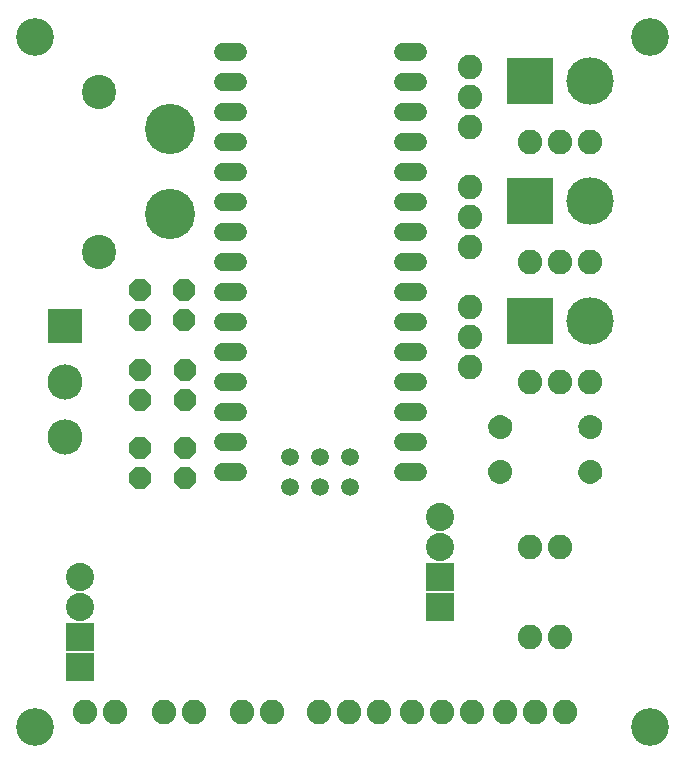
<source format=gbr>
G04 EAGLE Gerber RS-274X export*
G75*
%MOMM*%
%FSLAX34Y34*%
%LPD*%
%INSoldermask Bottom*%
%IPPOS*%
%AMOC8*
5,1,8,0,0,1.08239X$1,22.5*%
G01*
%ADD10C,3.203194*%
%ADD11C,2.082800*%
%ADD12P,1.951982X8X112.500000*%
%ADD13C,1.511200*%
%ADD14C,1.511200*%
%ADD15R,2.978200X2.978200*%
%ADD16C,2.978200*%
%ADD17R,2.387600X2.387600*%
%ADD18C,2.387600*%
%ADD19C,4.253200*%
%ADD20C,2.903200*%
%ADD21C,4.019200*%
%ADD22R,4.019200X4.019200*%

G36*
X497035Y231309D02*
X497035Y231309D01*
X497078Y231321D01*
X497144Y231330D01*
X498761Y231784D01*
X498802Y231803D01*
X498830Y231812D01*
X498840Y231814D01*
X498844Y231816D01*
X498865Y231823D01*
X500379Y232551D01*
X500415Y232577D01*
X500474Y232607D01*
X501839Y233588D01*
X501870Y233620D01*
X501923Y233660D01*
X503097Y234862D01*
X503122Y234899D01*
X503167Y234947D01*
X504114Y236335D01*
X504132Y236376D01*
X504168Y236432D01*
X504860Y237963D01*
X504871Y238006D01*
X504897Y238067D01*
X505312Y239696D01*
X505315Y239740D01*
X505330Y239805D01*
X505456Y241480D01*
X505452Y241527D01*
X505454Y241599D01*
X505249Y243435D01*
X505235Y243481D01*
X505223Y243556D01*
X504663Y245317D01*
X504640Y245359D01*
X504614Y245431D01*
X503721Y247048D01*
X503691Y247086D01*
X503651Y247151D01*
X502460Y248563D01*
X502423Y248594D01*
X502371Y248650D01*
X500927Y249803D01*
X500885Y249826D01*
X500823Y249870D01*
X499182Y250719D01*
X499136Y250734D01*
X499067Y250765D01*
X497292Y251278D01*
X497244Y251283D01*
X497169Y251301D01*
X495329Y251457D01*
X495285Y251453D01*
X495220Y251457D01*
X493389Y251297D01*
X493343Y251284D01*
X493267Y251274D01*
X491503Y250760D01*
X491459Y250739D01*
X491387Y250714D01*
X489757Y249865D01*
X489719Y249836D01*
X489653Y249797D01*
X488220Y248647D01*
X488188Y248611D01*
X488131Y248560D01*
X486950Y247152D01*
X486926Y247111D01*
X486880Y247050D01*
X486670Y246668D01*
X485996Y245438D01*
X485981Y245393D01*
X485947Y245324D01*
X485395Y243571D01*
X485389Y243524D01*
X485369Y243450D01*
X485170Y241623D01*
X485173Y241577D01*
X485167Y241508D01*
X485290Y239832D01*
X485301Y239789D01*
X485307Y239723D01*
X485719Y238093D01*
X485737Y238053D01*
X485755Y237989D01*
X486443Y236456D01*
X486468Y236419D01*
X486497Y236359D01*
X487441Y234969D01*
X487472Y234937D01*
X487510Y234883D01*
X488681Y233677D01*
X488718Y233651D01*
X488765Y233605D01*
X490127Y232621D01*
X490168Y232602D01*
X490222Y232565D01*
X491735Y231832D01*
X491778Y231820D01*
X491789Y231815D01*
X491816Y231802D01*
X491821Y231801D01*
X491838Y231793D01*
X493455Y231335D01*
X493500Y231330D01*
X493564Y231314D01*
X495236Y231143D01*
X495284Y231147D01*
X495363Y231143D01*
X497035Y231309D01*
G37*
G36*
X420759Y231233D02*
X420759Y231233D01*
X420802Y231245D01*
X420868Y231254D01*
X422485Y231708D01*
X422526Y231727D01*
X422554Y231736D01*
X422564Y231738D01*
X422568Y231740D01*
X422589Y231747D01*
X424103Y232475D01*
X424139Y232501D01*
X424198Y232531D01*
X425563Y233512D01*
X425594Y233544D01*
X425647Y233584D01*
X426821Y234786D01*
X426846Y234823D01*
X426891Y234871D01*
X427838Y236259D01*
X427856Y236300D01*
X427892Y236356D01*
X428584Y237887D01*
X428595Y237930D01*
X428621Y237991D01*
X429036Y239620D01*
X429039Y239664D01*
X429054Y239729D01*
X429180Y241404D01*
X429176Y241451D01*
X429178Y241523D01*
X428973Y243359D01*
X428959Y243405D01*
X428947Y243480D01*
X428387Y245241D01*
X428364Y245283D01*
X428338Y245355D01*
X427445Y246972D01*
X427415Y247010D01*
X427375Y247075D01*
X426184Y248487D01*
X426147Y248518D01*
X426095Y248574D01*
X424651Y249727D01*
X424609Y249750D01*
X424547Y249794D01*
X422906Y250643D01*
X422860Y250658D01*
X422791Y250689D01*
X421016Y251202D01*
X420968Y251207D01*
X420893Y251225D01*
X419053Y251381D01*
X419009Y251377D01*
X418944Y251381D01*
X417113Y251221D01*
X417067Y251208D01*
X416991Y251198D01*
X415227Y250684D01*
X415183Y250663D01*
X415111Y250638D01*
X413481Y249789D01*
X413443Y249760D01*
X413377Y249721D01*
X411944Y248571D01*
X411912Y248535D01*
X411855Y248484D01*
X410674Y247076D01*
X410650Y247035D01*
X410604Y246974D01*
X410394Y246592D01*
X409720Y245362D01*
X409705Y245317D01*
X409671Y245248D01*
X409119Y243495D01*
X409113Y243448D01*
X409093Y243374D01*
X408894Y241547D01*
X408897Y241501D01*
X408891Y241432D01*
X409014Y239756D01*
X409025Y239713D01*
X409031Y239647D01*
X409443Y238017D01*
X409461Y237977D01*
X409479Y237913D01*
X410167Y236380D01*
X410192Y236343D01*
X410221Y236283D01*
X411165Y234893D01*
X411196Y234861D01*
X411234Y234807D01*
X412405Y233601D01*
X412442Y233575D01*
X412489Y233529D01*
X413851Y232545D01*
X413892Y232526D01*
X413946Y232489D01*
X415459Y231756D01*
X415502Y231744D01*
X415513Y231739D01*
X415540Y231726D01*
X415545Y231725D01*
X415562Y231717D01*
X417179Y231259D01*
X417224Y231254D01*
X417288Y231238D01*
X418960Y231067D01*
X419008Y231071D01*
X419087Y231067D01*
X420759Y231233D01*
G37*
G36*
X495391Y269323D02*
X495391Y269323D01*
X495456Y269319D01*
X497287Y269479D01*
X497333Y269492D01*
X497409Y269502D01*
X499173Y270016D01*
X499217Y270037D01*
X499289Y270062D01*
X500919Y270911D01*
X500957Y270940D01*
X501023Y270979D01*
X502456Y272129D01*
X502488Y272165D01*
X502545Y272216D01*
X503726Y273624D01*
X503750Y273665D01*
X503796Y273726D01*
X504341Y274719D01*
X504680Y275338D01*
X504695Y275383D01*
X504729Y275452D01*
X505281Y277205D01*
X505287Y277252D01*
X505307Y277326D01*
X505507Y279153D01*
X505503Y279199D01*
X505509Y279268D01*
X505386Y280944D01*
X505375Y280987D01*
X505369Y281053D01*
X504958Y282683D01*
X504939Y282723D01*
X504921Y282787D01*
X504233Y284320D01*
X504208Y284357D01*
X504179Y284417D01*
X503235Y285807D01*
X503204Y285839D01*
X503166Y285893D01*
X501995Y287099D01*
X501959Y287125D01*
X501911Y287171D01*
X500549Y288155D01*
X500508Y288174D01*
X500454Y288211D01*
X498941Y288944D01*
X498898Y288956D01*
X498838Y288983D01*
X497221Y289441D01*
X497176Y289446D01*
X497112Y289462D01*
X495440Y289633D01*
X495392Y289629D01*
X495313Y289633D01*
X493641Y289467D01*
X493598Y289455D01*
X493533Y289446D01*
X491915Y288992D01*
X491874Y288973D01*
X491811Y288953D01*
X490297Y288225D01*
X490261Y288199D01*
X490202Y288169D01*
X488837Y287188D01*
X488806Y287156D01*
X488753Y287116D01*
X487579Y285914D01*
X487554Y285877D01*
X487509Y285829D01*
X486562Y284441D01*
X486544Y284400D01*
X486508Y284344D01*
X485816Y282813D01*
X485805Y282770D01*
X485779Y282709D01*
X485364Y281080D01*
X485361Y281036D01*
X485346Y280971D01*
X485220Y279296D01*
X485224Y279249D01*
X485222Y279177D01*
X485427Y277342D01*
X485441Y277295D01*
X485453Y277220D01*
X486013Y275459D01*
X486036Y275417D01*
X486062Y275345D01*
X486955Y273728D01*
X486985Y273690D01*
X487025Y273625D01*
X488216Y272213D01*
X488253Y272182D01*
X488305Y272126D01*
X489749Y270973D01*
X489791Y270951D01*
X489853Y270906D01*
X491494Y270057D01*
X491540Y270043D01*
X491609Y270011D01*
X493384Y269498D01*
X493432Y269493D01*
X493507Y269476D01*
X495347Y269319D01*
X495391Y269323D01*
G37*
G36*
X419115Y269247D02*
X419115Y269247D01*
X419180Y269243D01*
X421011Y269403D01*
X421057Y269416D01*
X421133Y269426D01*
X422897Y269940D01*
X422941Y269961D01*
X423013Y269986D01*
X424643Y270835D01*
X424681Y270864D01*
X424747Y270903D01*
X426180Y272053D01*
X426212Y272089D01*
X426269Y272140D01*
X427450Y273548D01*
X427474Y273589D01*
X427520Y273650D01*
X428065Y274643D01*
X428404Y275262D01*
X428419Y275307D01*
X428453Y275376D01*
X429005Y277129D01*
X429011Y277176D01*
X429031Y277250D01*
X429231Y279077D01*
X429227Y279123D01*
X429233Y279192D01*
X429110Y280868D01*
X429099Y280911D01*
X429093Y280977D01*
X428682Y282607D01*
X428663Y282647D01*
X428645Y282711D01*
X427957Y284244D01*
X427932Y284281D01*
X427903Y284341D01*
X426959Y285731D01*
X426928Y285763D01*
X426890Y285817D01*
X425719Y287023D01*
X425683Y287049D01*
X425635Y287095D01*
X424273Y288079D01*
X424232Y288098D01*
X424178Y288135D01*
X422665Y288868D01*
X422622Y288880D01*
X422562Y288907D01*
X420945Y289365D01*
X420900Y289370D01*
X420836Y289386D01*
X419164Y289557D01*
X419116Y289553D01*
X419037Y289557D01*
X417365Y289391D01*
X417322Y289379D01*
X417257Y289370D01*
X415639Y288916D01*
X415598Y288897D01*
X415535Y288877D01*
X414021Y288149D01*
X413985Y288123D01*
X413926Y288093D01*
X412561Y287112D01*
X412530Y287080D01*
X412477Y287040D01*
X411303Y285838D01*
X411278Y285801D01*
X411233Y285753D01*
X410286Y284365D01*
X410268Y284324D01*
X410232Y284268D01*
X409540Y282737D01*
X409529Y282694D01*
X409503Y282633D01*
X409088Y281004D01*
X409085Y280960D01*
X409070Y280895D01*
X408944Y279220D01*
X408948Y279173D01*
X408946Y279101D01*
X409151Y277266D01*
X409165Y277219D01*
X409177Y277144D01*
X409737Y275383D01*
X409760Y275341D01*
X409786Y275269D01*
X410679Y273652D01*
X410709Y273614D01*
X410749Y273549D01*
X411940Y272137D01*
X411977Y272106D01*
X412029Y272050D01*
X413473Y270897D01*
X413515Y270875D01*
X413577Y270830D01*
X415218Y269981D01*
X415264Y269967D01*
X415333Y269935D01*
X417108Y269422D01*
X417156Y269417D01*
X417231Y269400D01*
X419071Y269243D01*
X419115Y269247D01*
G37*
D10*
X546100Y25400D03*
X546100Y609600D03*
X25400Y609600D03*
X25400Y25400D03*
D11*
X226060Y38100D03*
X200660Y38100D03*
X160020Y38100D03*
X134620Y38100D03*
D12*
X114300Y302260D03*
X114300Y327660D03*
X152400Y302260D03*
X152400Y327660D03*
X114300Y369570D03*
X114300Y394970D03*
X151130Y369570D03*
X151130Y394970D03*
D13*
X336360Y241300D02*
X349440Y241300D01*
X349440Y266700D02*
X336360Y266700D01*
X336360Y292100D02*
X349440Y292100D01*
X349440Y317500D02*
X336360Y317500D01*
X336360Y342900D02*
X349440Y342900D01*
X349440Y368300D02*
X336360Y368300D01*
X336360Y393700D02*
X349440Y393700D01*
X349440Y419100D02*
X336360Y419100D01*
X336360Y444500D02*
X349440Y444500D01*
X349440Y469900D02*
X336360Y469900D01*
X336360Y495300D02*
X349440Y495300D01*
X349440Y520700D02*
X336360Y520700D01*
X197040Y241300D02*
X183960Y241300D01*
X183960Y266700D02*
X197040Y266700D01*
X197040Y292100D02*
X183960Y292100D01*
X183960Y444500D02*
X197040Y444500D01*
X197040Y469900D02*
X183960Y469900D01*
X183960Y495300D02*
X197040Y495300D01*
X197040Y520700D02*
X183960Y520700D01*
X183960Y596900D02*
X197040Y596900D01*
X336360Y596900D02*
X349440Y596900D01*
X349440Y571500D02*
X336360Y571500D01*
X336360Y546100D02*
X349440Y546100D01*
X197040Y571500D02*
X183960Y571500D01*
X183960Y546100D02*
X197040Y546100D01*
X197040Y317500D02*
X183960Y317500D01*
D14*
X241300Y254000D03*
X266700Y254000D03*
X292100Y254000D03*
D13*
X197040Y419100D02*
X183960Y419100D01*
X183960Y393700D02*
X197040Y393700D01*
X197040Y368300D02*
X183960Y368300D01*
X183960Y342900D02*
X197040Y342900D01*
D14*
X241300Y228600D03*
X266700Y228600D03*
X292100Y228600D03*
D11*
X92710Y38100D03*
X67310Y38100D03*
D15*
X50800Y364500D03*
D16*
X50800Y317500D03*
X50800Y270500D03*
D17*
X368300Y127000D03*
D18*
X368300Y177800D03*
X368300Y203200D03*
D17*
X368300Y152400D03*
X63500Y76200D03*
D18*
X63500Y127000D03*
X63500Y152400D03*
D17*
X63500Y101600D03*
D11*
X393700Y584200D03*
X393700Y558800D03*
X393700Y533400D03*
X393700Y482600D03*
X393700Y457200D03*
X393700Y431800D03*
X393700Y381000D03*
X393700Y355600D03*
X393700Y330200D03*
X444500Y177800D03*
X469900Y177800D03*
D12*
X114300Y236220D03*
X114300Y261620D03*
X152400Y236220D03*
X152400Y261620D03*
D11*
X444500Y101600D03*
X469900Y101600D03*
X444500Y520700D03*
X469900Y520700D03*
X495300Y520700D03*
X444500Y419100D03*
X469900Y419100D03*
X495300Y419100D03*
X444500Y317500D03*
X469900Y317500D03*
X495300Y317500D03*
D19*
X139700Y459300D03*
X139700Y531300D03*
D20*
X79700Y562800D03*
X79700Y427800D03*
D21*
X494700Y572100D03*
D22*
X444700Y572100D03*
D21*
X494700Y470500D03*
D22*
X444700Y470500D03*
D21*
X494700Y368900D03*
D22*
X444700Y368900D03*
D11*
X316230Y38100D03*
X290830Y38100D03*
X265430Y38100D03*
X394970Y38100D03*
X369570Y38100D03*
X344170Y38100D03*
X473710Y38100D03*
X448310Y38100D03*
X422910Y38100D03*
M02*

</source>
